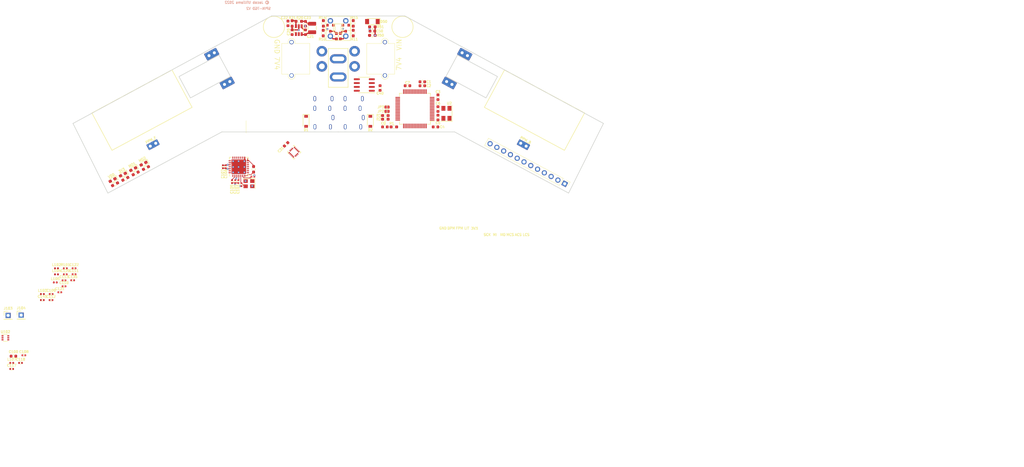
<source format=kicad_pcb>
(kicad_pcb (version 20211014) (generator pcbnew)
  (layers (0 "F.Cu" signal) (1 "In1.Cu" signal) (2 "In2.Cu" signal) (31 "B.Cu" signal) (35 "F.Paste" user) (36 "B.SilkS" user "B.Silkscreen") (37 "F.SilkS" user "F.Silkscreen") (38 "B.Mask" user) (39 "F.Mask" user) (44 "Edge.Cuts" user))
  (net 0 "")
  (net 1 "GND")
  (net 2 "+3V3")
  (net 3 "Net-(C4-Pad2)")
  (net 4 "Net-(C5-Pad2)")
  (net 5 "Net-(C6-Pad2)")
  (net 6 "VDD")
  (net 7 "Net-(C21-Pad2)")
  (net 8 "Net-(C21-Pad1)")
  (net 9 "Net-(C22-Pad2)")
  (net 10 "Net-(C101-Pad2)")
  (net 11 "Net-(C102-Pad2)")
  (net 12 "Net-(C103-Pad1)")
  (net 13 "Net-(C105-Pad1)")
  (net 14 "Net-(C109-Pad2)")
  (net 15 "/sx1276/Antenna")
  (net 16 "Net-(C7-Pad1)")
  (net 17 "Net-(Q11-Pad3)")
  (net 18 "Net-(Q11-Pad1)")
  (net 19 "Net-(Q12-Pad3)")
  (net 20 "Net-(Q12-Pad1)")
  (net 21 "Net-(R1-Pad2)")
  (net 22 "P_MISO")
  (net 23 "P_MOSI")
  (net 24 "/sx1276/RST")
  (net 25 "P_SCK")
  (net 26 "Net-(C8-Pad1)")
  (net 27 "RFO_HF")
  (net 28 "Net-(C111-Pad1)")
  (net 29 "RF1")
  (net 30 "RF2")
  (net 31 "Net-(C120-Pad1)")
  (net 32 "/sx1276/DIO5")
  (net 33 "/sx1276/DIO4")
  (net 34 "/sx1276/DIO3")
  (net 35 "/sx1276/DIO2")
  (net 36 "/sx1276/DIO1")
  (net 37 "VR_PA")
  (net 38 "SWD_DIO")
  (net 39 "SWD_CLK")
  (net 40 "SNS_VIN")
  (net 41 "Net-(C122-Pad2)")
  (net 42 "Net-(D1-Pad2)")
  (net 43 "Net-(D2-Pad2)")
  (net 44 "Net-(J20-Pad1)")
  (net 45 "Net-(D10-Pad3)")
  (net 46 "Net-(D10-Pad4)")
  (net 47 "Net-(D12-Pad2)")
  (net 48 "Net-(D13-Pad2)")
  (net 49 "Net-(D14-Pad2)")
  (net 53 "Net-(J2-Pad2)")
  (net 54 "Net-(J2-Pad3)")
  (net 58 "PPM_F")
  (net 59 "PPM_B")
  (net 60 "INT_L")
  (net 61 "CS_M")
  (net 62 "CS_A")
  (net 63 "CS_L")
  (net 64 "Net-(J21-Pad1)")
  (net 65 "USB_RX")
  (net 66 "USB_TX")
  (net 67 "PA_BOOST")
  (net 68 "RFI_HF")
  (net 69 "USB_DP")
  (net 70 "USB_DM")
  (net 71 "LED_BLUE")
  (net 72 "LED_RED")
  (net 73 "LED_MISC1")
  (net 74 "LED_MISC2")
  (net 75 "RF_MOD")
  (net 94 "GPIO_MISC1")
  (net 97 "GPIO_MISC2")
  (net 111 "Net-(C117-Pad1)")
  (net 112 "Net-(D11-Pad2)")
  (footprint "Capacitor_SMD:C_0603_1608Metric" (layer "F.Cu") (at 11.2625 5 180)
    (fp_text reference "C50")
    (fp_text value "100nF" hide)
  )
  (footprint "Capacitor_SMD:C_0603_1608Metric" (layer "F.Cu") (at -15.2125 5.375 90)
    (fp_text reference "C20")
    (fp_text value "2.2uF" hide)
  )
  (footprint "Capacitor_SMD:C_0603_1608Metric" (layer "F.Cu") (at -10.8125 5.375 -90)
    (fp_text reference "C21")
    (fp_text value "100nF" hide)
  )
  (footprint "Capacitor_SMD:C_0603_1608Metric" (layer "F.Cu") (at -16.575 2.4625 90)
    (fp_text reference "C22")
    (fp_text value "22pF" hide)
  )
  (footprint "Capacitor_SMD:C_0603_1608Metric" (layer "F.Cu") (at -10.8125 2.575 -90)
    (fp_text reference "C23")
    (fp_text value "22uF" hide)
  )
  (footprint "Capacitor_SMD:C_0402_1005Metric" (layer "F.Cu") (at -28.144 53.058 180)
    (fp_text reference "C101" hide)
    (fp_text value "15pF" hide)
  )
  (footprint "Capacitor_SMD:C_0402_1005Metric" (layer "F.Cu") (at -31.944 55.702 90)
    (fp_text reference "C102" hide)
    (fp_text value "15pF" hide)
  )
  (footprint "Capacitor_SMD:C_0402_1005Metric" (layer "F.Cu") (at -32.9395 54.709 -90)
    (fp_text reference "C103")
    (fp_text value "100nF" hide)
  )
  (footprint "Capacitor_SMD:C_0402_1005Metric" (layer "F.Cu") (at -33.9555 54.709 -90)
    (fp_text reference "C104")
    (fp_text value "100nF" hide)
  )
  (footprint "Capacitor_SMD:C_0402_1005Metric" (layer "F.Cu") (at -35.035 54.709 -90)
    (fp_text reference "C105")
    (fp_text value "100nF" hide)
  )
  (footprint "Capacitor_SMD:C_0402_1005Metric" (layer "F.Cu") (at -37.144 49.8 -90)
    (fp_text reference "C106")
    (fp_text value "47pF" hide)
  )
  (footprint "Capacitor_SMD:C_0402_1005Metric" (layer "F.Cu") (at -38.044 49.8 -90)
    (fp_text reference "C107")
    (fp_text value "100nF" hide)
  )
  (footprint "Inductor_SMD:L_1210_3225Metric" (layer "F.Cu") (at -8.606 3.971 90)
    (fp_text reference "L20" hide)
    (fp_text value "4.7uH" hide)
  )
  (footprint "Package_TO_SOT_SMD:SOT-23" (layer "F.Cu") (at -2.6 4.05 -90)
    (fp_text reference "Q11" hide)
    (fp_text value "AO3401A" hide)
  )
  (footprint "Package_TO_SOT_SMD:SOT-23" (layer "F.Cu") (at 2.5 4.05 -90)
    (fp_text reference "Q12" hide)
    (fp_text value "AO3401A" hide)
  )
  (footprint "Resistor_SMD:R_0603_1608Metric_Pad0.98x0.95mm_HandSolder" (layer "F.Cu") (at 11.2625 6.4)
    (fp_text reference "R50")
    (fp_text value "15K" hide)
  )
  (footprint "Resistor_SMD:R_0603_1608Metric_Pad0.98x0.95mm_HandSolder" (layer "F.Cu") (at 11.2625 3.6 180)
    (fp_text reference "R51")
    (fp_text value "2K2" hide)
  )
  (footprint "Resistor_SMD:R_0603_1608Metric_Pad0.98x0.95mm_HandSolder" (layer "F.Cu") (at -4.95 5.65 90)
    (fp_text reference "R10")
    (fp_text value "1K" hide)
  )
  (footprint "Resistor_SMD:R_0603_1608Metric_Pad0.98x0.95mm_HandSolder" (layer "F.Cu") (at 4.95 5.65 90)
    (fp_text reference "R11")
    (fp_text value "1K" hide)
  )
  (footprint "Resistor_SMD:R_0603_1608Metric_Pad0.98x0.95mm_HandSolder" (layer "F.Cu") (at -0.6 6.7 -90)
    (fp_text reference "R12" hide)
    (fp_text value "10R" hide)
  )
  (footprint "Resistor_SMD:R_0603_1608Metric_Pad0.98x0.95mm_HandSolder" (layer "F.Cu") (at 0.7 6.65 -90)
    (fp_text reference "R13" hide)
    (fp_text value "22R" hide)
  )
  (footprint "Resistor_SMD:R_0603_1608Metric_Pad0.98x0.95mm_HandSolder" (layer "F.Cu") (at -13.0125 1.775 180)
    (fp_text reference "R20")
    (fp_text value "10K" hide)
  )
  (footprint "Resistor_SMD:R_0603_1608Metric_Pad0.98x0.95mm_HandSolder" (layer "F.Cu") (at -15.2125 2.475 -90)
    (fp_text reference "R21")
    (fp_text value "2K2" hide)
  )
  (footprint "Resistor_SMD:R_0603_1608Metric_Pad0.98x0.95mm_HandSolder" (layer "F.Cu") (at -27.923 50.645 -90)
    (fp_text reference "R100" hide)
    (fp_text value "10K" hide)
  )
  (footprint "Package_TO_SOT_SMD:TSOT-23-6" (layer "F.Cu") (at -13.0125 4.675 -90)
    (fp_text reference "U20" hide)
    (fp_text value "SY8253ADC" hide)
  )
  (footprint "lib_fp:TFLGA-16_3x3mm" (layer "F.Cu") (at -14.6 45 45)
    (fp_text reference "U30" hide)
    (fp_text value "H3LIS331DL" hide)
  )
  (footprint "Package_DFN_QFN:QFN-28-1EP_6x6mm_P0.65mm_EP4.8x4.8mm" (layer "F.Cu") (at -32.8 49.8 90)
    (fp_text reference "U100" hide)
    (fp_text value "SX1276" hide)
  )
  (footprint "Crystal:Crystal_SMD_3225-4Pin_3.2x2.5mm" (layer "F.Cu") (at -29.444 55.402 180)
    (fp_text reference "U101" hide)
    (fp_text value "Crystal_GND24" hide)
  )
  (footprint "lib_fp:FT_Switch_Vertical" (layer "F.Cu") (at 0 14.15 -90)
    (fp_text reference "J20" hide)
    (fp_text value "FT_switch" hide)
  )
  (footprint "lib_fp:TGD-AMASS_XT30PW-M" (layer "F.Cu") (at -5.4 14.15 90)
    (fp_text reference "J22" hide)
    (fp_text value "Battery Low" hide)
  )
  (footprint "lib_fp:R50RB2-F-0160" (layer "F.Cu") (at 2.5 1.6 -90)
    (fp_text reference "D10" hide)
    (fp_text value "R50RB2-F-0160" hide)
  )
  (footprint "lib_fp:TGD-AMASS_XT30PW-M" (layer "F.Cu") (at 5.4 14.15 -90)
    (fp_text reference "J21" hide)
    (fp_text value "Battery High" hide)
  )
  (footprint "lib_fp:TGD_MountingHole" (layer "F.Cu") (at 21.2 3.6)
    (fp_text reference "H1" hide)
    (fp_text value "MountingHole" hide)
  )
  (footprint "lib_fp:TGD_MountingHole" (layer "F.Cu") (at -21.2 3.6)
    (fp_text reference "H2" hide)
    (fp_text value "MountingHole" hide)
  )
  (footprint "LED_SMD:LED_0603_1608Metric_Pad1.05x0.95mm_HandSolder" (layer "F.Cu") (at -64.229221 48.785845 -151.75)
    (fp_text reference "D14" hide)
    (fp_text value "MISC2_LED" hide)
  )
  (footprint "Resistor_SMD:R_0603_1608Metric_Pad0.98x0.95mm_HandSolder" (layer "F.Cu") (at 18.35 36.65)
    (fp_text reference "R1")
    (fp_text value "10K" hide)
  )
  (footprint "Capacitor_SMD:C_0402_1005Metric" (layer "F.Cu") (at -103.71 112.08)
    (fp_text reference "C108")
    (fp_text value "100nF" hide)
  )
  (footprint "Capacitor_SMD:C_0402_1005Metric" (layer "F.Cu") (at -87.15 85.31)
    (fp_text reference "C111")
    (fp_text value "8.2pF" hide)
  )
  (footprint "Crystal:Crystal_SMD_5032-4Pin_5.0x3.2mm" (layer "F.Cu") (at 35.7 32.15 90)
    (fp_text reference "U2")
    (fp_text value "Crystal_GND24" hide)
  )
  (footprint "LED_SMD:LED_0603_1608Metric_Pad1.05x0.95mm_HandSolder" (layer "F.Cu") (at -74.429221 54.185845 -151.75)
    (fp_text reference "D11" hide)
    (fp_text value "POWER_LED" hide)
  )
  (footprint "Capacitor_SMD:C_0402_1005Metric" (layer "F.Cu") (at -90.46 89.29)
    (fp_text reference "C110")
    (fp_text value "8.2pF" hide)
  )
  (footprint "lib_fp:TGD_ESC_SigPad" (layer "F.Cu") (at -62 43 118.25)
    (fp_text reference "J3" hide)
    (fp_text value "Conn_01x01" hide)
  )
  (footprint "Capacitor_SMD:C_0402_1005Metric" (layer "F.Cu") (at -87.15 83.34)
    (fp_text reference "C122")
    (fp_text value "1nF" hide)
  )
  (footprint "Capacitor_SMD:C_0603_1608Metric" (layer "F.Cu") (at 32.9 33.55 90)
    (fp_text reference "C5")
    (fp_text value "15pF" hide)
  )
  (footprint "Inductor_SMD:L_0402_1005Metric" (layer "F.Cu") (at -92.95 85.34)
    (fp_text reference "L104")
    (fp_text value "5.6nH" hide)
  )
  (footprint "Resistor_SMD:R_0603_1608Metric_Pad0.98x0.95mm_HandSolder" (layer "F.Cu") (at -70.229221 53.785845 -151.75)
    (fp_text reference "R17" hide)
    (fp_text value "1K" hide)
  )
  (footprint "Diode_SMD:D_SOD-123" (layer "F.Cu") (at 10.6 34.8 -90)
    (fp_text reference "D2")
    (fp_text value "B5819W" hide)
  )
  (footprint "Capacitor_SMD:C_0603_1608Metric" (layer "F.Cu") (at 32.9 26.85 90)
    (fp_text reference "C3")
    (fp_text value "100nF" hide)
  )
  (footprint "Capacitor_SMD:C_0603_1608Metric" (layer "F.Cu") (at 32.9 30.75 -90)
    (fp_text reference "C6")
    (fp_text value "15pF" hide)
  )
  (footprint "Capacitor_SMD:C_0402_1005Metric" (layer "F.Cu") (at -97.62 93.83)
    (fp_text reference "C145")
    (fp_text value "1nF" hide)
  )
  (footprint "lib_fp:TGD-ESC-CYCLONE-35A" (layer "F.Cu") (at -85 42 28.25)
    (fp_text reference "U3" hide)
    (fp_text value "CYCLONE-35A" hide)
    (fp_rect (start 39 -4) (end 54 4) (layer "Edge.Cuts") (width 0.2) (fill none))
  )
  (footprint "Inductor_SMD:L_0402_1005Metric" (layer "F.Cu") (at -107.7 114.6)
    (fp_text reference "L107")
    (fp_text value "10nH" hide)
  )
  (footprint "lib_fp:TGD_ESC_SigPad" (layer "F.Cu") (at 62 43 -118.25)
    (fp_text reference "J4" hide)
    (fp_text value "Conn_01x01" hide)
  )
  (footprint "Package_SO:SOIC-8_3.9x4.9mm_P1.27mm" (layer "F.Cu") (at 8.6 22.8 180)
    (fp_text reference "U40" hide)
    (fp_text value "LE25U40CMD" hide)
  )
  (footprint "Capacitor_SMD:C_0402_1005Metric" (layer "F.Cu") (at -94.71 91.84)
    (fp_text reference "C109")
    (fp_text value "22pF" hide)
  )
  (footprint "Package_TO_SOT_SMD:SOT-363_SC-70-6" (layer "F.Cu") (at -109.8 106.3)
    (fp_text reference "U102")
    (fp_text value "PE4259" hide)
  )
  (footprint "Capacitor_SMD:C_0603_1608Metric" (layer "F.Cu") (at 13.8 23.8 -90)
    (fp_text reference "C40")
    (fp_text value "100nF" hide)
  )
  (footprint "Resistor_SMD:R_0603_1608Metric_Pad0.98x0.95mm_HandSolder" (layer "F.Cu") (at -63.433034 50.217749 -151.75)
    (fp_text reference "R19" hide)
    (fp_text value "1K" hide)
  )
  (footprint "Diode_SMD:D_SOD-123" (layer "F.Cu") (at -10.6 34.8 -90)
    (fp_text reference "D1")
    (fp_text value "B5819W" hide)
  )
  (footprint "Capacitor_SMD:C_0603_1608Metric" (layer "F.Cu") (at 27.75 21.75)
    (fp_text reference "C1")
    (fp_text value "2.2uF" hide)
  )
  (footprint "Resistor_SMD:R_0603_1608Metric_Pad0.98x0.95mm_HandSolder" (layer "F.Cu") (at 4.95 2.45 -90)
    (fp_text reference "R15")
    (fp_text value "10K" hide)
  )
  (footprint "Connector_PinHeader_2.54mm:PinHeader_1x01_P2.54mm_Vertical" (layer "F.Cu") (at -108.9 98.9)
    (fp_text reference "J103")
    (fp_text value "Conn_01x01_Female" hide)
  )
  (footprint "Diode_SMD:D_MiniMELF" (layer "F.Cu") (at 11.275 1.85 180)
    (fp_text reference "D50")
    (fp_text value "ZMM3V3" hide)
  )
  (footprint "Inductor_SMD:L_0402_1005Metric" (layer "F.Cu") (at -92.95 83.35)
    (fp_text reference "L102")
    (fp_text value "33nH" hide)
  )
  (footprint "Resistor_SMD:R_0603_1608Metric_Pad0.98x0.95mm_HandSolder" (layer "F.Cu") (at 15.55 32.9)
    (fp_text reference "R3")
    (fp_text value "22R" hide)
  )
  (footprint "Connector_PinHeader_2.54mm:PinHeader_1x01_P2.54mm_Vertical" (layer "F.Cu") (at -104.6 98.8)
    (fp_text reference "J104")
    (fp_text value "Conn_01x01_Female" hide)
  )
  (footprint "lib_fp:TGD_SolderJumper" (layer "F.Cu") (at 16.1 30.1)
    (fp_text reference "JP3")
    (fp_text value "SolderJumper_2_Open" hide)
  )
  (footprint "lib_fp:TGD-ESC-CYCLONE-35A" (layer "F.Cu") (at 85 42 151.75)
    (fp_text reference "U4" hide)
    (fp_text value "CYCLONE-35A" hide)
    (fp_rect (start 39 -4) (end 54 4) (layer "Edge.Cuts") (width 0.2) (fill none))
  )
  (footprint "Capacitor_SMD:C_0603_1608Metric" (layer "F.Cu") (at 32.1 36.65 180)
    (fp_text reference "C4")
    (fp_text value "100nF" hide)
  )
  (footprint "Resistor_SMD:R_0603_1608Metric_Pad0.98x0.95mm_HandSolder" (layer "F.Cu") (at 15.55 34.1 180)
    (fp_text reference "R2")
    (fp_text value "22R" hide)
  )
  (footprint "Connector_PinHeader_2.54mm:PinHeader_1x12_P2.54mm_Vertical" (layer "F.Cu") (at 74.710448 55.414642 -118.25)
    (fp_text reference "J5" hide)
    (fp_text value "Conn_01x12" hide)
  )
  (footprint "Capacitor_SMD:C_0402_1005Metric" (layer "F.Cu") (at -94.75 93.83)
    (fp_text reference "C112")
    (fp_text value "1.5pF" hide)
  )
  (footprint "LED_SMD:LED_0603_1608Metric_Pad1.05x0.95mm_HandSolder" (layer "F.Cu") (at -71.029221 52.385845 -151.75)
    (fp_text reference "D12" hide)
    (fp_text value "3V3_LED" hide)
  )
  (footprint "lib_fp:TGD_SolderJumper" (layer "F.Cu") (at 16.1 31.5)
    (fp_text reference "JP2")
    (fp_text value "SolderJumper_2_Open" hide)
  )
  (footprint "Capacitor_SMD:C_0402_1005Metric" (layer "F.Cu") (at -90.46 87.32)
    (fp_text reference "C113")
    (fp_text value "3.3pF" hide)
  )
  (footprint "Capacitor_SMD:C_0603_1608Metric" (layer "F.Cu") (at 15.4 36.65)
    (fp_text reference "C8")
    (fp_text value "2.2uF" hide)
  )
  (footprint "Resistor_SMD:R_0603_1608Metric_Pad0.98x0.95mm_HandSolder" (layer "F.Cu") (at -4.9 2.45 -90)
    (fp_text reference "R14")
    (fp_text value "10K" hide)
  )
  (footprint "Resistor_SMD:R_0603_1608Metric_Pad0.98x0.95mm_HandSolder" (layer "F.Cu") (at -66.829221 51.985845 -151.75)
    (fp_text reference "R18" hide)
    (fp_text value "1K" hide)
  )
  (footprint "Resistor_SMD:R_0402_1005Metric" (layer "F.Cu") (at -90.04 83.35)
    (fp_text reference "R101")
    (fp_text value "1K" hide)
  )
  (footprint "Capacitor_SMD:C_0402_1005Metric" (layer "F.Cu") (at -107.72 116.58)
    (fp_text reference "C117")
    (fp_text value "3.3pF" hide)
  )
  (footprint "Inductor_SMD:L_0402_1005Metric" (layer "F.Cu") (at -97.6 91.85)
    (fp_text reference "L103")
    (fp_text value "2.2nH" hide)
  )
  (footprint "Capacitor_SMD:C_0402_1005Metric" (layer "F.Cu") (at -91.84 91.26)
    (fp_text reference "C121")
    (fp_text value "47pF" hide)
  )
  (footprint "Capacitor_SMD:C_0603_1608Metric" (layer "F.Cu") (at 27.75 23.05)
    (fp_text reference "C2")
    (fp_text value "100nF" hide)
  )
  (footprint "Capacitor_SMD:C_0402_1005Metric" (layer "F.Cu") (at -87.59 87.3)
    (fp_text reference "C135")
    (fp_text value "100nF" hide)
  )
  (footprint "Package_QFP:LQFP-64_10x10mm_P0.5mm" (layer "F.Cu") (at 25.3 30.65 180)
    (fp_text reference "U1" hide)
    (fp_text value "STM32F405RGTx" hide)
  )
  (footprint "Capacitor_SMD:C_0603_1608Metric" (layer "F.Cu") (at 22.85 23.05)
    (fp_text reference "C7")
    (fp_text value "2.2uF" hide)
  )
  (footprint "LED_SMD:LED_0603_1608Metric_Pad1.05x0.95mm_HandSolder" (layer "F.Cu") (at -67.629221 50.585845 -151.75)
    (fp_text reference "D13" hide)
    (fp_text value "MISC1_LED" hide)
  )
  (footprint "Capacitor_SMD:C_0603_1608Metric" (layer "F.Cu") (at -17.2 42.4 45)
    (fp_text reference "C31")
    (fp_text value "100nF" hide)
  )
  (footprint "Inductor_SMD:L_0402_1005Metric" (layer "F.Cu") (at -93.35 88)
    (fp_text reference "L105")
    (fp_text value "4.7nH" hide)
  )
  (footprint "Capacitor_SMD:C_0402_1005Metric" (layer "F.Cu") (at -104.81 114.59)
    (fp_text reference "C118")
    (fp_text value "47pF" hide)
  )
  (footprint "Capacitor_SMD:C_0402_1005Metric" (layer "F.Cu") (at -90.06 85.33)
    (fp_text reference "C120")
    (fp_text value "47pF" hide)
  )
  (footprint "Capacitor_SMD:C_0603_1608Metric" (layer "F.Cu") (at -107.15 112.35)
    (fp_text reference "C100")
    (fp_text value "2.2uF" hide)
  )
  (footprint "Resistor_SMD:R_0603_1608Metric_Pad0.98x0.95mm_HandSolder" (layer "F.Cu") (at -73.629221 55.585845 -151.75)
    (fp_text reference "R16" hide)
    (fp_text value "1K" hide)
  )
  (footprint "lib_fp:G-Switch-ST-TRRS" (layer "B.Cu") (at 5 38.3 90)
    (fp_text reference "J2" hide)
    (fp_text value "G-Switch-ST-0322" hide)
  )
  (footprint "lib_fp:G-Switch-ST-TRRS" (layer "B.Cu") (at -5 38.3 90)
    (fp_text reference "J1" hide)
    (fp_text value "G-Switch-ST-0322" hide)
  )
  (gr_circle (center 21.2 3.6) (end 24.7 3.6) (layer "F.SilkS") (width 0.2) (fill none))
  (gr_line (start -30.4 38.7) (end -30.4 34.6) (layer "F.SilkS") (width 0.12))
  (gr_circle (center -21.2 3.6) (end -17.7 3.6) (layer "F.SilkS") (width 0.2) (fill none))
  (gr_line (start 0 0) (end -22 0) (layer "Edge.Cuts") (width 0.2))
  (gr_line (start -38.4 38.3) (end 0 38.3) (layer "Edge.Cuts") (width 0.2))
  (gr_line (start -87.5 35.5) (end -76 58.5) (layer "Edge.Cuts") (width 0.2))
  (gr_line (start 87.5 35.5) (end 22 0) (layer "Edge.Cuts") (width 0.2))
  (gr_line (start -22 0) (end -87.5 35.5) (layer "Edge.Cuts") (width 0.2))
  (gr_line (start 22 0) (end 0 0) (layer "Edge.Cuts") (width 0.2))
  (gr_line (start 0 38.3) (end 38.4 38.3) (layer "Edge.Cuts") (width 0.2))
  (gr_line (start -76 58.5) (end -38.4 38.3) (layer "Edge.Cuts") (width 0.2))
  (gr_line (start 76 58.5) (end 87.5 35.5) (layer "Edge.Cuts") (width 0.2))
  (gr_line (start 38.4 38.3) (end 76 58.5) (layer "Edge.Cuts") (width 0.2))
  (gr_text "© Jacob Williams 2022" (at -30.1 -4.45) (layer "B.SilkS") (effects (font (size 0.8 0.8) (thickness 0.2)) (justify mirror)))
  (gr_text "SPIN-TGD V2" (at -26.3 -2.45) (layer "B.SilkS") (effects (font (size 0.8 0.8) (thickness 0.2)) (justify mirror)))
  (gr_text "BPM" (at 37.2805 70.1) (layer "F.SilkS") (effects (font (size 0.8 0.8) (thickness 0.2))))
  (gr_text "PPM_B" (at 61.8 41 331.75) (layer "F.SilkS") (effects (font (size 0.8 0.8) (thickness 0.2))))
  (gr_text "7V4" (at 20.0492 15.8246 90) (layer "F.SilkS") (effects (font (size 1.6 1.6) (thickness 0.2))))
  (gr_text "VIN" (at 20.1 9.5 90) (layer "F.SilkS") (effects (font (size 1.6 1.6) (thickness 0.2))))
  (gr_text "MI" (at 51.7 72.25) (layer "F.SilkS") (effects (font (size 0.8 0.8) (thickness 0.2))))
  (gr_text "MO2" (at -64.629221 47.385845 28.25) (layer "F.SilkS") (effects (font (size 0.8 0.8) (thickness 0.2))))
  (gr_text "MO" (at 54.3035 72.25) (layer "F.SilkS") (effects (font (size 0.8 0.8) (thickness 0.2))))
  (gr_text "7V4" (at -20.1746 15.6118 -90) (layer "F.SilkS") (effects (font (size 1.6 1.6) (thickness 0.2))))
  (gr_text "GND" (at -20.2 10.1 270) (layer "F.SilkS") (effects (font (size 1.6 1.6) (thickness 0.2))))
  (gr_text "FPM" (at 40.011 70.1) (layer "F.SilkS") (effects (font (size 0.8 0.8) (thickness 0.2))))
  (gr_text "LCS" (at 61.987 72.25) (layer "F.SilkS") (effects (font (size 0.8 0.8) (thickness 0.2))))
  (gr_text "PPM_F" (at -61.8 41 28.25) (layer "F.SilkS") (effects (font (size 0.8 0.8) (thickness 0.2))))
  (gr_text "LIT" (at 42.424 70.1) (layer "F.SilkS") (effects (font (size 0.8 0.8) (thickness 0.2))))
  (gr_text "3V3" (at -71.429221 50.985845 28.25) (layer "F.SilkS") (effects (font (size 0.8 0.8) (thickness 0.2))))
  (gr_text "3V3" (at 44.964 70.1635) (layer "F.SilkS") (effects (font (size 0.8 0.8) (thickness 0.2))))
  (gr_text "MCS" (at 56.7165 72.25) (layer "F.SilkS") (effects (font (size 0.8 0.8) (thickness 0.2))))
  (gr_text "MO1" (at -68.029221 49.185845 28.25) (layer "F.SilkS") (effects (font (size 0.8 0.8) (thickness 0.2))))
  (gr_text "VDD" (at -74.829221 52.785845 28.25) (layer "F.SilkS") (effects (font (size 0.8 0.8) (thickness 0.2))))
  (gr_text "GND" (at 34.55 70.1) (layer "F.SilkS") (effects (font (size 0.8 0.8) (thickness 0.2))))
  (gr_text "SCK" (at 49.16 72.25) (layer "F.SilkS") (effects (font (size 0.8 0.8) (thickness 0.2))))
  (gr_text "ACS" (at 59.3835 72.25) (layer "F.SilkS") (effects (font (size 0.8 0.8) (thickness 0.2))))
  (segment (start -37.591 50.28) (end -37.144 50.28) (width 0.2032) (layer "F.Cu") (net 1))
  (segment (start -33.8705 55.132) (end -33.924 55.132) (width 0.2032) (layer "F.Cu") (net 1))
  (segment (start 10.35 4.3355) (end 10.35 4.8625) (width 0.2032) (layer "F.Cu") (net 1))
  (segment (start -34.924 55.112) (end -34.944 55.132) (width 0.2032) (layer "F.Cu") (net 1))
  (segment (start -13.0125 4.675) (end -13.0125 3.365) (width 0.4064) (layer "F.Cu") (net 1))
  (segment (start -27.669 53.053) (end -27.664 53.058) (width 0.2032) (layer "F.Cu") (net 1))
  (segment (start -30.85 47.85) (end -32.8 49.8) (width 0.4064) (layer "F.Cu") (net 1))
  (segment (start -15.2125 4.6) (end -15.2125 3.3875) (width 0.4064) (layer "F.Cu") (net 1))
  (segment (start -27.669 52.6135) (end -27.669 53.053) (width 0.2032) (layer "F.Cu") (net 1))
  (segment (start 10.35 3.6) (end 10.35 4.3355) (width 0.2032) (layer "F.Cu") (net 1))
  (segment (start -32.944 55.132) (end -33.8705 55.132) (width 0.2032) (layer "F.Cu") (net 1))
  (segment (start -32.4315 56.1695) (end -31.9565 56.1695) (width 0.2032) (layer "F.Cu") (net 1))
  (segment (start -15.2125 4.6) (end -13.0875 4.6) (width 0.4064) (layer "F.Cu") (net 1))
  (segment (start -13.0875 4.6) (end -13.0125 4.675) (width 0.4064) (layer "F.Cu") (net 1))
  (segment (start -33.9555 55.1235) (end -33.944 55.112) (width 0.2032) (layer "F.Cu") (net 1))
  (segment (start -30.85 46.8125) (end -30.85 47.85) (width 0.4064) (layer "F.Cu") (net 1))
  (segment (start -34.1 48.5) (end -32.8 49.8) (width 0.2032) (layer "F.Cu") (net 1))
  (segment (start -36.974 50.45) (end -37.144 50.28) (width 0.2032) (layer "F.Cu") (net 1))
  (segment (start 10.35 4.8625) (end 10.4875 5) (width 0.2032) (layer "F.Cu") (net 1))
  (segment (start -35.7875 48.5) (end -34.1 48.5) (width 0.2032) (layer "F.Cu") (net 1))
  (segment (start -33.944 55.112) (end -34.924 55.112) (width 0.2032) (layer "F.Cu") (net 1))
  (segment (start -33.9555 55.5345) (end -33.9555 55.1235) (width 0.2032) (layer "F.Cu") (net 1))
  (segment (start -13.0125 3.365) (end -13.0125 3.389722) (width 0.4064) (layer "F.Cu") (net 1))
  (segment (start -38.044 50.28) (end -37.591 50.28) (width 0.2032) (layer "F.Cu") (net 1))
  (segment (start -33.924 55.132) (end -33.944 55.112) (width 0.2032) (layer "F.Cu") (net 1))
  (segment (start -31.9565 56.1695) (end -31.944 56.182) (width 0.2032) (layer "F.Cu") (net 1))
  (segment (start -35.7875 50.45) (end -36.974 50.45) (width 0.2032) (layer "F.Cu") (net 1))
  (via (at -32.876 47.978) (size 0.6096) (drill 0.3048) (layers "F.Cu" "B.Cu") (net 1))
  (via (at -36.4955 50.518) (size 0.6096) (drill 0.3048) (layers "F.Cu" "B.Cu") (net 1))
  (via (at -34.019 55.6615) (size 0.6096) (drill 0.3048) (layers "F.Cu" "B.Cu") (net 1))
  (via (at -27.669 52.6135) (size 0.6096) (drill 0.3048) (layers "F.Cu" "B.Cu") (net 1))
  (via (at 10.35 4.3355) (size 0.6096) (drill 0.3048) (layers "F.Cu" "B.Cu") (net 1))
  (via (at -30.971 51.661) (size 0.6096) (drill 0.3048) (layers "F.Cu" "B.Cu") (net 1))
  (via (at -30.59 54.5185) (size 0.6096) (drill 0.3048) (layers "F.Cu" "B.Cu") (net 1))
  (via (at -32.876 49.883) (size 0.6096) (drill 0.3048) (layers "F.Cu" "B.Cu") (net 1))
  (via (at -32.876 51.661) (size 0.6096) (drill 0.3048) (layers "F.Cu" "B.Cu") (net 1))
  (via (at -34.654 51.661) (size 0.6096) (drill 0.3048) (layers "F.Cu" "B.Cu") (net 1))
  (via (at -34.654 47.978) (size 0.6096) (drill 0.3048) (layers "F.Cu" "B.Cu") (net 1))
  (via (at -13.0125 4.675) (size 0.6096) (drill 0.3048) (layers "F.Cu" "B.Cu") (net 1))
  (via (at -32.4315 56.1695) (size 0.6096) (drill 0.3048) (layers "F.Cu" "B.Cu") (net 1))
  (via (at -34.654 49.883) (size 0.6096) (drill 0.3048) (layers "F.Cu" "B.Cu") (net 1))
  (via (at -28.3675 56.1695) (size 0.6096) (drill 0.3048) (layers "F.Cu" "B.Cu") (net 1))
  (via (at -10.892 3.336) (size 0.6096) (drill 0.3048) (layers "F.Cu" "B.Cu") (net 1))
  (via (at -30.971 47.978) (size 0.6096) (drill 0.3048) (layers "F.Cu" "B.Cu") (net 1))
  (via (at -30.971 49.883) (size 0.6096) (drill 0.3048) (layers "F.Cu" "B.Cu") (net 1))
  (segment (start -37.647 49.32) (end -37.144 49.32) (width 0.2032) (layer "F.Cu") (net 2))
  (segment (start -10.8125 1.8) (end -10.8125 1.8) (width 0.4064) (layer "F.Cu") (net 2))
  (segment (start -10.0415 2.571) (end -8.606 2.571) (width 0.4064) (layer "F.Cu") (net 2))
  (segment (start -27.944 49.331) (end -27.944 49.8895) (width 0.2032) (layer "F.Cu") (net 2))
  (segment (start -10.8125 1.8) (end -10.0415 2.571) (width 0.4064) (layer "F.Cu") (net 2))
  (segment (start -36.974 49.15) (end -37.144 49.32) (width 0.2032) (layer "F.Cu") (net 2))
  (segment (start 1.619 3.119) (end 1.55 3.05) (width 0.4064) (layer "F.Cu") (net 2))
  (segment (start -29.425 47.85) (end -27.944 49.331) (width 0.2032) (layer "F.Cu") (net 2))
  (segment (start -10.8375 1.775) (end -10.8125 1.8) (width 0.4064) (layer "F.Cu") (net 2))
  (segment (start -29.8125 47.85) (end -29.425 47.85) (width 0.2032) (layer "F.Cu") (net 2))
  (segment (start -3.588 3.088) (end -3.55 3.05) (width 0.4064) (layer "F.Cu") (net 2))
  (segment (start -12.2375 1.6375) (end -12.1 1.775) (width 0.4064) (layer "F.Cu") (net 2))
  (segment (start -29.8125 47.85) (end -29.8125 47.2005) (width 0.4064) (layer "F.Cu") (net 2))
  (segment (start -33.45 52.7875) (end -33.45 53.658) (width 0.2032) (layer "F.Cu") (net 2))
  (segment (start -33.45 53.658) (end -33.944 54.152) (width 0.2032) (layer "F.Cu") (net 2))
  (segment (start -12.1 1.775) (end -10.8375 1.775) (width 0.4064) (layer "F.Cu") (net 2))
  (segment (start -38.044 49.32) (end -37.647 49.32) (width 0.2032) (layer "F.Cu") (net 2))
  (segment (start -35.7875 49.15) (end -36.974 49.15) (width 0.2032) (layer "F.Cu") (net 2))
  (via (at -33.7015 53.693) (size 0.6096) (drill 0.3048) (layers "F.Cu" "B.Cu") (net 2))
  (via (at -3.588 4.284) (size 0.6096) (drill 0.3048) (layers "F.Cu" "B.Cu") (net 2))
  (via (at 1.5682 4.2332) (size 0.6096) (drill 0.3048) (layers "F.Cu" "B.Cu") (net 2))
  (via (at -36.4955 49.1845) (size 0.6096) (drill 0.3048) (layers "F.Cu" "B.Cu") (net 2))
  (segment (start 10.35 6.4) (end 10.3625 6.4125) (width 1) (layer "F.Cu") (net 6))
  (segment (start -10.1935 5.749) (end -8.984 5.749) (width 0.4064) (layer "F.Cu") (net 7))
  (segment (start -11.8975 6.15) (end -12.0625 5.985) (width 0.4064) (layer "F.Cu") (net 7))
  (segment (start -10.7375 6.075) (end -10.8125 6.15) (width 0.4064) (layer "F.Cu") (net 7))
  (segment (start -10.8125 6.15) (end -10.5945 6.15) (width 0.4064) (layer "F.Cu") (net 7))
  (segment (start -10.5945 6.15) (end -10.1935 5.749) (width 0.4064) (layer "F.Cu") (net 7))
  (segment (start -8.984 5.749) (end -8.606 5.371) (width 0.4064) (layer "F.Cu") (net 7))
  (segment (start -10.8125 6.15) (end -11.8975 6.15) (width 0.4064) (layer "F.Cu") (net 7))
  (segment (start -11.2875 4.6) (end -12.0625 3.825) (width 0.4064) (layer "F.Cu") (net 8))
  (segment (start -10.8125 4.6) (end -11.2875 4.6) (width 0.4064) (layer "F.Cu") (net 8))
  (segment (start -12.0625 3.825) (end -12.0625 3.365) (width 0.4064) (layer "F.Cu") (net 8))
  (segment (start -13.9625 3.365) (end -13.9625 1.8125) (width 0.4064) (layer "F.Cu") (net 9))
  (segment (start -15.2125 1.5625) (end -14.1375 1.5625) (width 0.4064) (layer "F.Cu") (net 9))
  (segment (start -13.9625 1.8125) (end -13.925 1.775) (width 0.4064) (layer "F.Cu") (net 9))
  (segment (start -14.1375 1.5625) (end -13.925 1.775) (width 0.4064) (layer "F.Cu") (net 9))
  (segment (start -28.344 54.552) (end -28.344 54.23122) (width 0.2032) (layer "F.Cu") (net 10))
  (segment (start -29.09861 53.47661) (end -31.081 53.47661) (width 0.2032) (layer "F.Cu") (net 10))
  (segment (start -31.081 53.47661) (end -31.5 53.05761) (width 0.2032) (layer "F.Cu") (net 10))
  (segment (start -28.624 53.002) (end -29.09861 53.47661) (width 0.2032) (layer "F.Cu") (net 10))
  (segment (start -28.344 54.23122) (end -29.09861 53.47661) (width 0.2032) (layer "F.Cu") (net 10))
  (segment (start -31.5 53.05761) (end -31.5 52.7875) (width 0.2032) (layer "F.Cu") (net 10))
  (segment (start -32.15 52.7875) (end -32.15 55.016) (width 0.2032) (layer "F.Cu") (net 11))
  (segment (start -30.914 56.252) (end -30.544 56.252) (width 0.2032) (layer "F.Cu") (net 11))
  (segment (start -32.15 55.016) (end -31.944 55.222) (width 0.2032) (layer "F.Cu") (net 11))
  (segment (start -31.944 55.222) (end -30.914 56.252) (width 0.2032) (layer "F.Cu") (net 11))
  (segment (start -32.8 54.028) (end -32.944 54.172) (width 0.2032) (layer "F.Cu") (net 12))
  (segment (start -32.8 52.7875) (end -32.8 54.028) (width 0.2032) (layer "F.Cu") (net 12))
  (segment (start -34.1 52.7875) (end -34.1 53.139) (width 0.2032) (layer "F.Cu") (net 13))
  (segment (start -34.944 53.983) (end -34.944 54.172) (width 0.2032) (layer "F.Cu") (net 13))
  (segment (start -34.1 53.139) (end -34.944 53.983) (width 0.2032) (layer "F.Cu") (net 13))
  (segment (start -1.3875 5.05) (end -0.7 5.7375) (width 0.4064) (layer "F.Cu") (net 17))
  (segment (start -2.6 5.05) (end -1.3875 5.05) (width 0.4064) (layer "F.Cu") (net 17))
  (segment (start -1.65 3.05) (end -1.4142 3.05) (width 0.2032) (layer "F.Cu") (net 18))
  (segment (start 0.7 5.7375) (end 1.3875 5.05) (width 0.4064) (layer "F.Cu") (net 19))
  (segment (start 1.3875 5.05) (end 2.5 5.05) (width 0.4064) (layer "F.Cu") (net 19))
  (segment (start 3.45 3.05) (end 3.6875 3.05) (width 0.2032) (layer "F.Cu") (net 20))
  (segment (start -29.799401 52.394401) (end -28.759901 52.394401) (width 0.2032) (layer "F.Cu") (net 24))
  (segment (start -30.1925 52.7875) (end -29.799401 52.394401) (width 0.2032) (layer "F.Cu") (net 24))
  (segment (start -30.85 52.7875) (end -30.1925 52.7875) (width 0.2032) (layer "F.Cu") (net 24))
  (segment (start -28.759901 52.394401) (end -27.923 51.5575) (width 0.2032) (layer "F.Cu") (net 24))
  (segment (start 12.175 6.4) (end 12.175 6.4) (width 0.2032) (layer "F.Cu") (net 40))
  (segment (start 12.0375 6.2625) (end 12.175 6.4) (width 0.2032) (layer "F.Cu") (net 40))
  (segment (start 12.175 6.4) (end 12.175 5.1375) (width 0.4064) (layer "F.Cu") (net 40))
  (segment (start 12.175 5.1375) (end 12.0375 5) (width 0.4064) (layer "F.Cu") (net 40))
  (segment (start 12.175 4.8625) (end 12.0375 5) (width 0.4064) (layer "F.Cu") (net 40))
  (segment (start 12.0375 3.7375) (end 12.175 3.6) (width 0.2032) (layer "F.Cu") (net 40))
  (segment (start 12.175 3.6) (end 12.175 4.8625) (width 0.4064) (layer "F.Cu") (net 40))
  (via (at 12.175 6.4) (size 0.6096) (drill 0.3048) (layers "F.Cu" "B.Cu") (net 40))
  (segment (start -0.7 7.5625) (end -1.6975 7.5625) (width 0.4064) (layer "F.Cu") (net 45))
  (segment (start -1.6975 7.5625) (end -2.58 6.68) (width 0.4064) (layer "F.Cu") (net 45))
  (segment (start 0.7 7.5625) (end 1.6175 7.5625) (width 0.4064) (layer "F.Cu") (net 46))
  (segment (start 1.6175 7.5625) (end 2.5 6.68) (width 0.4064) (layer "F.Cu") (net 46))
  (segment (start -29.7745 51.788) (end -29.8125 51.75) (width 0.2032) (layer "F.Cu") (net 60))
)
</source>
